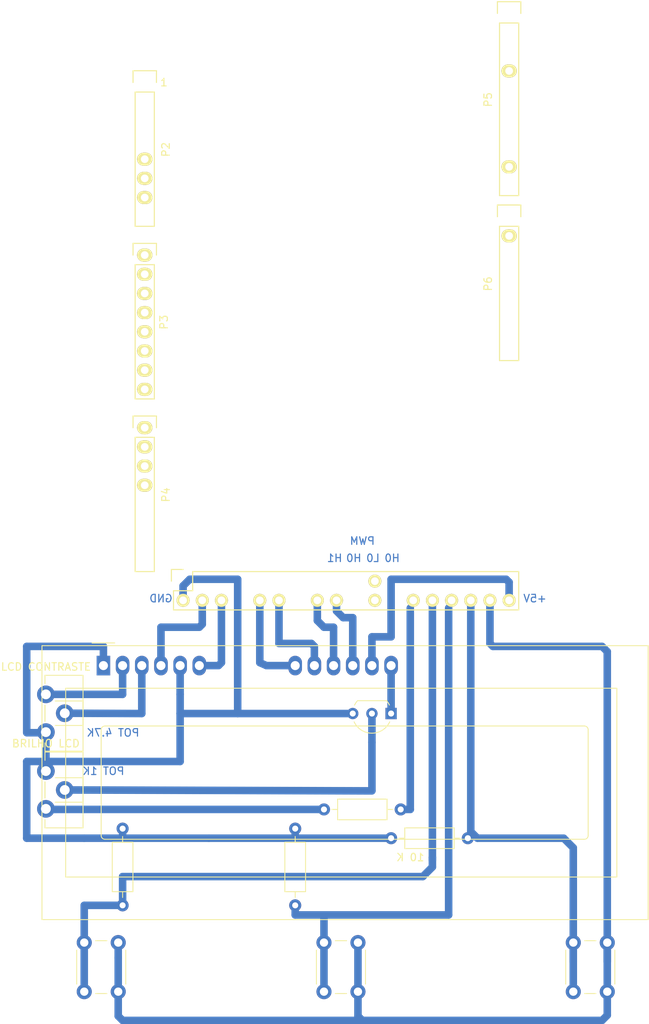
<source format=kicad_pcb>
(kicad_pcb (version 20171130) (host pcbnew 5.0.2-bee76a0~70~ubuntu18.10.1)

  (general
    (thickness 1.6)
    (drawings 10)
    (tracks 101)
    (zones 0)
    (modules 17)
    (nets 1)
  )

  (page A4 portrait)
  (layers
    (0 F.Cu signal)
    (31 B.Cu signal)
    (32 B.Adhes user)
    (33 F.Adhes user)
    (34 B.Paste user)
    (35 F.Paste user)
    (36 B.SilkS user)
    (37 F.SilkS user)
    (38 B.Mask user)
    (39 F.Mask user)
    (40 Dwgs.User user)
    (41 Cmts.User user)
    (42 Eco1.User user)
    (43 Eco2.User user)
    (44 Edge.Cuts user)
    (45 Margin user)
    (46 B.CrtYd user)
    (47 F.CrtYd user)
    (48 B.Fab user)
    (49 F.Fab user hide)
  )

  (setup
    (last_trace_width 1)
    (trace_clearance 0.2)
    (zone_clearance 0.508)
    (zone_45_only no)
    (trace_min 0.2)
    (segment_width 0.2)
    (edge_width 0.15)
    (via_size 0.8)
    (via_drill 0.4)
    (via_min_size 0.4)
    (via_min_drill 0.3)
    (uvia_size 0.3)
    (uvia_drill 0.1)
    (uvias_allowed no)
    (uvia_min_size 0.2)
    (uvia_min_drill 0.1)
    (pcb_text_width 0.3)
    (pcb_text_size 1.5 1.5)
    (mod_edge_width 0.15)
    (mod_text_size 1 1)
    (mod_text_width 0.15)
    (pad_size 1.524 1.524)
    (pad_drill 0.762)
    (pad_to_mask_clearance 0.051)
    (solder_mask_min_width 0.25)
    (aux_axis_origin 0 0)
    (visible_elements FFFFFF7F)
    (pcbplotparams
      (layerselection 0x010fc_ffffffff)
      (usegerberextensions false)
      (usegerberattributes false)
      (usegerberadvancedattributes false)
      (creategerberjobfile false)
      (excludeedgelayer true)
      (linewidth 0.100000)
      (plotframeref false)
      (viasonmask false)
      (mode 1)
      (useauxorigin false)
      (hpglpennumber 1)
      (hpglpenspeed 20)
      (hpglpendiameter 15.000000)
      (psnegative false)
      (psa4output false)
      (plotreference true)
      (plotvalue true)
      (plotinvisibletext false)
      (padsonsilk false)
      (subtractmaskfromsilk false)
      (outputformat 1)
      (mirror false)
      (drillshape 0)
      (scaleselection 1)
      (outputdirectory "./"))
  )

  (net 0 "")

  (net_class Default "This is the default net class."
    (clearance 0.2)
    (trace_width 1)
    (via_dia 0.8)
    (via_drill 0.4)
    (uvia_dia 0.3)
    (uvia_drill 0.1)
  )

  (module Socket_Arduino_Mega:Socket_Strip_Arduino_1x08 locked (layer F.Cu) (tedit 5C322F4C) (tstamp 5C321340)
    (at 67.700917 77.718441 270)
    (descr "Through hole socket strip")
    (tags "socket strip")
    (path /56D71773)
    (fp_text reference P2 (at 8.89 -2.794 270) (layer F.SilkS)
      (effects (font (size 1 1) (thickness 0.15)))
    )
    (fp_text value Power (at 8.89 -4.318 270) (layer F.Fab)
      (effects (font (size 1 1) (thickness 0.15)))
    )
    (fp_line (start -1.55 -1.55) (end -1.55 1.55) (layer F.SilkS) (width 0.15))
    (fp_line (start 0 -1.55) (end -1.55 -1.55) (layer F.SilkS) (width 0.15))
    (fp_line (start 1.27 1.27) (end 1.27 -1.27) (layer F.SilkS) (width 0.15))
    (fp_line (start -1.55 1.55) (end 0 1.55) (layer F.SilkS) (width 0.15))
    (fp_line (start 19.05 -1.27) (end 1.27 -1.27) (layer F.SilkS) (width 0.15))
    (fp_line (start 19.05 1.27) (end 19.05 -1.27) (layer F.SilkS) (width 0.15))
    (fp_line (start 1.27 1.27) (end 19.05 1.27) (layer F.SilkS) (width 0.15))
    (fp_line (start -1.75 1.75) (end 19.55 1.75) (layer F.CrtYd) (width 0.05))
    (fp_line (start -1.75 -1.75) (end 19.55 -1.75) (layer F.CrtYd) (width 0.05))
    (fp_line (start 19.55 -1.75) (end 19.55 1.75) (layer F.CrtYd) (width 0.05))
    (fp_line (start -1.75 -1.75) (end -1.75 1.75) (layer F.CrtYd) (width 0.05))
    (pad 7 thru_hole oval (at 15.24 0 270) (size 1.7272 2.032) (drill 1.016) (layers *.Cu *.Mask F.SilkS))
    (pad 6 thru_hole oval (at 12.7 0 270) (size 1.7272 2.032) (drill 1.016) (layers *.Cu *.Mask F.SilkS))
    (pad 5 thru_hole oval (at 10.16 0 270) (size 1.7272 2.032) (drill 1.016) (layers *.Cu *.Mask F.SilkS))
  )

  (module Socket_Arduino_Mega:Socket_Strip_Arduino_1x08 locked (layer F.Cu) (tedit 5C31FEFF) (tstamp 5C3212AA)
    (at 115.960917 95.498441 270)
    (descr "Through hole socket strip")
    (tags "socket strip")
    (path /56D734D0)
    (fp_text reference P6 (at 8.89 2.794 270) (layer F.SilkS)
      (effects (font (size 1 1) (thickness 0.15)))
    )
    (fp_text value PWM (at 8.89 4.318 270) (layer F.Fab)
      (effects (font (size 1 1) (thickness 0.15)))
    )
    (fp_line (start -1.55 -1.55) (end -1.55 1.55) (layer F.SilkS) (width 0.15))
    (fp_line (start 0 -1.55) (end -1.55 -1.55) (layer F.SilkS) (width 0.15))
    (fp_line (start 1.27 1.27) (end 1.27 -1.27) (layer F.SilkS) (width 0.15))
    (fp_line (start -1.55 1.55) (end 0 1.55) (layer F.SilkS) (width 0.15))
    (fp_line (start 19.05 -1.27) (end 1.27 -1.27) (layer F.SilkS) (width 0.15))
    (fp_line (start 19.05 1.27) (end 19.05 -1.27) (layer F.SilkS) (width 0.15))
    (fp_line (start 1.27 1.27) (end 19.05 1.27) (layer F.SilkS) (width 0.15))
    (fp_line (start -1.75 1.75) (end 19.55 1.75) (layer F.CrtYd) (width 0.05))
    (fp_line (start -1.75 -1.75) (end 19.55 -1.75) (layer F.CrtYd) (width 0.05))
    (fp_line (start 19.55 -1.75) (end 19.55 1.75) (layer F.CrtYd) (width 0.05))
    (fp_line (start -1.75 -1.75) (end -1.75 1.75) (layer F.CrtYd) (width 0.05))
    (pad 2 thru_hole oval (at 2.54 0 270) (size 1.7272 2.032) (drill 1.016) (layers *.Cu *.Mask F.SilkS))
  )

  (module Socket_Arduino_Mega:Socket_Strip_Arduino_1x10 locked (layer F.Cu) (tedit 5C31FEC3) (tstamp 5C321291)
    (at 115.960917 68.574441 270)
    (descr "Through hole socket strip")
    (tags "socket strip")
    (path /56D72368)
    (fp_text reference P5 (at 11.43 2.794 270) (layer F.SilkS)
      (effects (font (size 1 1) (thickness 0.15)))
    )
    (fp_text value PWM (at 11.43 4.318 270) (layer F.Fab)
      (effects (font (size 1 1) (thickness 0.15)))
    )
    (fp_line (start -1.55 -1.55) (end -1.55 1.55) (layer F.SilkS) (width 0.15))
    (fp_line (start 0 -1.55) (end -1.55 -1.55) (layer F.SilkS) (width 0.15))
    (fp_line (start 1.27 1.27) (end 1.27 -1.27) (layer F.SilkS) (width 0.15))
    (fp_line (start -1.55 1.55) (end 0 1.55) (layer F.SilkS) (width 0.15))
    (fp_line (start 24.13 -1.27) (end 1.27 -1.27) (layer F.SilkS) (width 0.15))
    (fp_line (start 24.13 1.27) (end 24.13 -1.27) (layer F.SilkS) (width 0.15))
    (fp_line (start 1.27 1.27) (end 24.13 1.27) (layer F.SilkS) (width 0.15))
    (fp_line (start -1.75 1.75) (end 24.65 1.75) (layer F.CrtYd) (width 0.05))
    (fp_line (start -1.75 -1.75) (end 24.65 -1.75) (layer F.CrtYd) (width 0.05))
    (fp_line (start 24.65 -1.75) (end 24.65 1.75) (layer F.CrtYd) (width 0.05))
    (fp_line (start -1.75 -1.75) (end -1.75 1.75) (layer F.CrtYd) (width 0.05))
    (pad 9 thru_hole oval (at 20.32 0 270) (size 1.7272 2.032) (drill 1.016) (layers *.Cu *.Mask F.SilkS))
    (pad 4 thru_hole oval (at 7.62 0 270) (size 1.7272 2.032) (drill 1.016) (layers *.Cu *.Mask F.SilkS))
  )

  (module Socket_Arduino_Mega:Socket_Strip_Arduino_1x08 locked (layer F.Cu) (tedit 5521677D) (tstamp 5C32132A)
    (at 67.700917 100.578441 270)
    (descr "Through hole socket strip")
    (tags "socket strip")
    (path /56D72F1C)
    (fp_text reference P3 (at 8.89 -2.54 270) (layer F.SilkS)
      (effects (font (size 1 1) (thickness 0.15)))
    )
    (fp_text value Analog (at 8.89 -4.318 270) (layer F.Fab)
      (effects (font (size 1 1) (thickness 0.15)))
    )
    (fp_line (start -1.55 -1.55) (end -1.55 1.55) (layer F.SilkS) (width 0.15))
    (fp_line (start 0 -1.55) (end -1.55 -1.55) (layer F.SilkS) (width 0.15))
    (fp_line (start 1.27 1.27) (end 1.27 -1.27) (layer F.SilkS) (width 0.15))
    (fp_line (start -1.55 1.55) (end 0 1.55) (layer F.SilkS) (width 0.15))
    (fp_line (start 19.05 -1.27) (end 1.27 -1.27) (layer F.SilkS) (width 0.15))
    (fp_line (start 19.05 1.27) (end 19.05 -1.27) (layer F.SilkS) (width 0.15))
    (fp_line (start 1.27 1.27) (end 19.05 1.27) (layer F.SilkS) (width 0.15))
    (fp_line (start -1.75 1.75) (end 19.55 1.75) (layer F.CrtYd) (width 0.05))
    (fp_line (start -1.75 -1.75) (end 19.55 -1.75) (layer F.CrtYd) (width 0.05))
    (fp_line (start 19.55 -1.75) (end 19.55 1.75) (layer F.CrtYd) (width 0.05))
    (fp_line (start -1.75 -1.75) (end -1.75 1.75) (layer F.CrtYd) (width 0.05))
    (pad 8 thru_hole oval (at 17.78 0 270) (size 1.7272 2.032) (drill 1.016) (layers *.Cu *.Mask F.SilkS))
    (pad 7 thru_hole oval (at 15.24 0 270) (size 1.7272 2.032) (drill 1.016) (layers *.Cu *.Mask F.SilkS))
    (pad 6 thru_hole oval (at 12.7 0 270) (size 1.7272 2.032) (drill 1.016) (layers *.Cu *.Mask F.SilkS))
    (pad 5 thru_hole oval (at 10.16 0 270) (size 1.7272 2.032) (drill 1.016) (layers *.Cu *.Mask F.SilkS))
    (pad 4 thru_hole oval (at 7.62 0 270) (size 1.7272 2.032) (drill 1.016) (layers *.Cu *.Mask F.SilkS))
    (pad 3 thru_hole oval (at 5.08 0 270) (size 1.7272 2.032) (drill 1.016) (layers *.Cu *.Mask F.SilkS))
    (pad 2 thru_hole oval (at 2.54 0 270) (size 1.7272 2.032) (drill 1.016) (layers *.Cu *.Mask F.SilkS))
    (pad 1 thru_hole oval (at 0 0 270) (size 1.7272 2.032) (drill 1.016) (layers *.Cu *.Mask F.SilkS))
  )

  (module Socket_Arduino_Mega:Socket_Strip_Arduino_1x08 locked (layer F.Cu) (tedit 5C31FE45) (tstamp 5C321314)
    (at 67.700917 123.438441 270)
    (descr "Through hole socket strip")
    (tags "socket strip")
    (path /56D73A0E)
    (fp_text reference P4 (at 8.89 -2.794 270) (layer F.SilkS)
      (effects (font (size 1 1) (thickness 0.15)))
    )
    (fp_text value Analog (at 8.89 -4.318 270) (layer F.Fab)
      (effects (font (size 1 1) (thickness 0.15)))
    )
    (fp_line (start -1.55 -1.55) (end -1.55 1.55) (layer F.SilkS) (width 0.15))
    (fp_line (start 0 -1.55) (end -1.55 -1.55) (layer F.SilkS) (width 0.15))
    (fp_line (start 1.27 1.27) (end 1.27 -1.27) (layer F.SilkS) (width 0.15))
    (fp_line (start -1.55 1.55) (end 0 1.55) (layer F.SilkS) (width 0.15))
    (fp_line (start 19.05 -1.27) (end 1.27 -1.27) (layer F.SilkS) (width 0.15))
    (fp_line (start 19.05 1.27) (end 19.05 -1.27) (layer F.SilkS) (width 0.15))
    (fp_line (start 1.27 1.27) (end 19.05 1.27) (layer F.SilkS) (width 0.15))
    (fp_line (start -1.75 1.75) (end 19.55 1.75) (layer F.CrtYd) (width 0.05))
    (fp_line (start -1.75 -1.75) (end 19.55 -1.75) (layer F.CrtYd) (width 0.05))
    (fp_line (start 19.55 -1.75) (end 19.55 1.75) (layer F.CrtYd) (width 0.05))
    (fp_line (start -1.75 -1.75) (end -1.75 1.75) (layer F.CrtYd) (width 0.05))
    (pad 4 thru_hole oval (at 7.62 0 270) (size 1.7272 2.032) (drill 1.016) (layers *.Cu *.Mask F.SilkS))
    (pad 3 thru_hole oval (at 5.08 0 270) (size 1.7272 2.032) (drill 1.016) (layers *.Cu *.Mask F.SilkS))
    (pad 2 thru_hole oval (at 2.54 0 270) (size 1.7272 2.032) (drill 1.016) (layers *.Cu *.Mask F.SilkS))
    (pad 1 thru_hole oval (at 0 0 270) (size 1.7272 2.032) (drill 1.016) (layers *.Cu *.Mask F.SilkS))
  )

  (module Socket_Arduino_Mega:Socket_Strip_Arduino_2x18 locked (layer F.Cu) (tedit 5C5B89DA) (tstamp 5C3212E1)
    (at 72.780917 143.758441)
    (descr "Through hole socket strip")
    (tags "socket strip")
    (path /56D743B5)
    (fp_text reference "ARDUINO DIGITAL I/O" (at 9.769083 -2.788441) (layer B.Adhes)
      (effects (font (size 1 1) (thickness 0.15)) (justify mirror))
    )
    (fp_text value Digital (at 21.59 -4.572) (layer F.Fab)
      (effects (font (size 1 1) (thickness 0.15)))
    )
    (fp_line (start -1.55 -1.55) (end -1.55 0) (layer F.SilkS) (width 0.15))
    (fp_line (start 1.27 1.27) (end 1.27 -1.27) (layer F.SilkS) (width 0.15))
    (fp_line (start -1.27 1.27) (end 1.27 1.27) (layer F.SilkS) (width 0.15))
    (fp_line (start 0 -1.55) (end -1.55 -1.55) (layer F.SilkS) (width 0.15))
    (fp_line (start -1.27 3.81) (end -1.27 1.27) (layer F.SilkS) (width 0.15))
    (fp_line (start 44.45 3.81) (end 44.45 -1.27) (layer F.SilkS) (width 0.15))
    (fp_line (start 44.45 -1.27) (end 1.27 -1.27) (layer F.SilkS) (width 0.15))
    (fp_line (start -1.27 3.81) (end 44.45 3.81) (layer F.SilkS) (width 0.15))
    (fp_line (start -1.75 4.3) (end 44.95 4.3) (layer F.CrtYd) (width 0.05))
    (fp_line (start -1.75 -1.75) (end 44.95 -1.75) (layer F.CrtYd) (width 0.05))
    (fp_line (start 44.95 -1.75) (end 44.95 4.3) (layer F.CrtYd) (width 0.05))
    (fp_line (start -1.75 -1.75) (end -1.75 4.3) (layer F.CrtYd) (width 0.05))
    (pad 29 thru_hole oval (at 33.02 2.54) (size 1.7272 1.7272) (drill 1.016) (layers *.Cu *.Mask F.SilkS))
    (pad 31 thru_hole oval (at 30.48 2.54) (size 1.7272 1.7272) (drill 1.016) (layers *.Cu *.Mask F.SilkS))
    (pad GND thru_hole oval (at 0 2.54) (size 1.7272 1.7272) (drill 1.016) (layers *.Cu *.Mask F.SilkS))
    (pad 27 thru_hole oval (at 35.56 2.54) (size 1.7272 1.7272) (drill 1.016) (layers *.Cu *.Mask F.SilkS))
    (pad 25 thru_hole oval (at 38.1 2.54) (size 1.7272 1.7272) (drill 1.016) (layers *.Cu *.Mask F.SilkS))
    (pad +5 thru_hole oval (at 43.18 2.54) (size 1.7272 1.7272) (drill 1.016) (layers *.Cu *.Mask F.SilkS))
    (pad 23 thru_hole oval (at 40.64 2.54) (size 1.7272 1.7272) (drill 1.016) (layers *.Cu *.Mask F.SilkS))
    (pad 34 thru_hole oval (at 25.4 0) (size 1.7272 1.7272) (drill 1.016) (layers *.Cu *.Mask F.SilkS))
    (pad 35 thru_hole oval (at 25.4 2.54) (size 1.7272 1.7272) (drill 1.016) (layers *.Cu *.Mask F.SilkS))
    (pad 41 thru_hole oval (at 17.78 2.54) (size 1.7272 1.7272) (drill 1.016) (layers *.Cu *.Mask F.SilkS))
    (pad 45 thru_hole oval (at 12.7 2.54) (size 1.7272 1.7272) (drill 1.016) (layers *.Cu *.Mask F.SilkS))
    (pad 47 thru_hole oval (at 10.16 2.54) (size 1.7272 1.7272) (drill 1.016) (layers *.Cu *.Mask F.SilkS))
    (pad 51 thru_hole oval (at 5.08 2.54) (size 1.7272 1.7272) (drill 1.016) (layers *.Cu *.Mask F.SilkS))
    (pad 53 thru_hole oval (at 2.54 2.54) (size 1.7272 1.7272) (drill 1.016) (layers *.Cu *.Mask F.SilkS))
    (pad 39 thru_hole oval (at 20.32 2.54) (size 1.7272 1.7272) (drill 1.016) (layers *.Cu *.Mask F.SilkS))
  )

  (module Potentiometer_THT:Potentiometer_ACP_CA9-H2,5_Horizontal (layer F.Cu) (tedit 5A3D4994) (tstamp 5C32B9C1)
    (at 54.61 168.91)
    (descr "Potentiometer, horizontal, ACP CA9-H2,5, http://www.acptechnologies.com/wp-content/uploads/2017/05/02-ACP-CA9-CE9.pdf")
    (tags "Potentiometer horizontal ACP CA9-H2,5")
    (fp_text reference "BRILHO LCD" (at 0 -3.65) (layer F.SilkS)
      (effects (font (size 1 1) (thickness 0.15)))
    )
    (fp_text value Potentiometer_ACP_CA9-H2,5_Horizontal (at 0 8.65) (layer F.Fab)
      (effects (font (size 1 1) (thickness 0.15)))
    )
    (fp_line (start 4.8 -2.4) (end 4.8 7.4) (layer F.Fab) (width 0.1))
    (fp_line (start 4.8 7.4) (end 0 7.4) (layer F.Fab) (width 0.1))
    (fp_line (start 0 7.4) (end 0 -2.4) (layer F.Fab) (width 0.1))
    (fp_line (start 0 -2.4) (end 4.8 -2.4) (layer F.Fab) (width 0.1))
    (fp_line (start 0 1) (end 0 4) (layer F.Fab) (width 0.1))
    (fp_line (start 0 4) (end 4.8 4) (layer F.Fab) (width 0.1))
    (fp_line (start 4.8 4) (end 4.8 1) (layer F.Fab) (width 0.1))
    (fp_line (start 4.8 1) (end 0 1) (layer F.Fab) (width 0.1))
    (fp_line (start -0.121 -2.521) (end 4.92 -2.521) (layer F.SilkS) (width 0.12))
    (fp_line (start -0.121 7.52) (end 4.92 7.52) (layer F.SilkS) (width 0.12))
    (fp_line (start 4.92 -2.521) (end 4.92 7.52) (layer F.SilkS) (width 0.12))
    (fp_line (start -0.121 6.425) (end -0.121 7.52) (layer F.SilkS) (width 0.12))
    (fp_line (start -0.121 -2.521) (end -0.121 -1.426) (layer F.SilkS) (width 0.12))
    (fp_line (start -0.121 1.426) (end -0.121 3.575) (layer F.SilkS) (width 0.12))
    (fp_line (start 1.237 0.88) (end 4.92 0.88) (layer F.SilkS) (width 0.12))
    (fp_line (start 1.237 4.12) (end 4.92 4.12) (layer F.SilkS) (width 0.12))
    (fp_line (start -0.121 1.426) (end -0.121 3.575) (layer F.SilkS) (width 0.12))
    (fp_line (start 4.92 0.88) (end 4.92 4.12) (layer F.SilkS) (width 0.12))
    (fp_line (start -1.45 -2.7) (end -1.45 7.65) (layer F.CrtYd) (width 0.05))
    (fp_line (start -1.45 7.65) (end 5.05 7.65) (layer F.CrtYd) (width 0.05))
    (fp_line (start 5.05 7.65) (end 5.05 -2.7) (layer F.CrtYd) (width 0.05))
    (fp_line (start 5.05 -2.7) (end -1.45 -2.7) (layer F.CrtYd) (width 0.05))
    (fp_text user %R (at 2.4 2.5) (layer F.Fab)
      (effects (font (size 1 1) (thickness 0.15)))
    )
    (pad 3 thru_hole circle (at 0 5) (size 2.34 2.34) (drill 1.3) (layers *.Cu *.Mask))
    (pad 2 thru_hole circle (at 2.5 2.5) (size 2.34 2.34) (drill 1.3) (layers *.Cu *.Mask))
    (pad 1 thru_hole circle (at 0 0) (size 2.34 2.34) (drill 1.3) (layers *.Cu *.Mask))
    (model ${KISYS3DMOD}/Potentiometers.3dshapes/Potentiometer_Trimmer_ACP_CA9h2.5_Vertical_Px2.5mm_Py5.0mm.wrl
      (offset (xyz 0 0 -1.5))
      (scale (xyz 0.4 0.4 0.4))
      (rotate (xyz 0 0 0))
    )
  )

  (module Potentiometer_THT:Potentiometer_ACP_CA9-H2,5_Horizontal (layer F.Cu) (tedit 5A3D4994) (tstamp 5C32AB79)
    (at 54.61 158.75)
    (descr "Potentiometer, horizontal, ACP CA9-H2,5, http://www.acptechnologies.com/wp-content/uploads/2017/05/02-ACP-CA9-CE9.pdf")
    (tags "Potentiometer horizontal ACP CA9-H2,5")
    (fp_text reference "LCD CONTRASTE" (at 0 -3.65) (layer F.SilkS)
      (effects (font (size 1 1) (thickness 0.15)))
    )
    (fp_text value Potentiometer_ACP_CA9-H2,5_Horizontal (at 0 8.65) (layer F.Fab)
      (effects (font (size 1 1) (thickness 0.15)))
    )
    (fp_line (start 4.8 -2.4) (end 4.8 7.4) (layer F.Fab) (width 0.1))
    (fp_line (start 4.8 7.4) (end 0 7.4) (layer F.Fab) (width 0.1))
    (fp_line (start 0 7.4) (end 0 -2.4) (layer F.Fab) (width 0.1))
    (fp_line (start 0 -2.4) (end 4.8 -2.4) (layer F.Fab) (width 0.1))
    (fp_line (start 0 1) (end 0 4) (layer F.Fab) (width 0.1))
    (fp_line (start 0 4) (end 4.8 4) (layer F.Fab) (width 0.1))
    (fp_line (start 4.8 4) (end 4.8 1) (layer F.Fab) (width 0.1))
    (fp_line (start 4.8 1) (end 0 1) (layer F.Fab) (width 0.1))
    (fp_line (start -0.121 -2.521) (end 4.92 -2.521) (layer F.SilkS) (width 0.12))
    (fp_line (start -0.121 7.52) (end 4.92 7.52) (layer F.SilkS) (width 0.12))
    (fp_line (start 4.92 -2.521) (end 4.92 7.52) (layer F.SilkS) (width 0.12))
    (fp_line (start -0.121 6.425) (end -0.121 7.52) (layer F.SilkS) (width 0.12))
    (fp_line (start -0.121 -2.521) (end -0.121 -1.426) (layer F.SilkS) (width 0.12))
    (fp_line (start -0.121 1.426) (end -0.121 3.575) (layer F.SilkS) (width 0.12))
    (fp_line (start 1.237 0.88) (end 4.92 0.88) (layer F.SilkS) (width 0.12))
    (fp_line (start 1.237 4.12) (end 4.92 4.12) (layer F.SilkS) (width 0.12))
    (fp_line (start -0.121 1.426) (end -0.121 3.575) (layer F.SilkS) (width 0.12))
    (fp_line (start 4.92 0.88) (end 4.92 4.12) (layer F.SilkS) (width 0.12))
    (fp_line (start -1.45 -2.7) (end -1.45 7.65) (layer F.CrtYd) (width 0.05))
    (fp_line (start -1.45 7.65) (end 5.05 7.65) (layer F.CrtYd) (width 0.05))
    (fp_line (start 5.05 7.65) (end 5.05 -2.7) (layer F.CrtYd) (width 0.05))
    (fp_line (start 5.05 -2.7) (end -1.45 -2.7) (layer F.CrtYd) (width 0.05))
    (fp_text user %R (at 2.4 2.5) (layer F.Fab)
      (effects (font (size 1 1) (thickness 0.15)))
    )
    (pad 3 thru_hole circle (at 0 5) (size 2.34 2.34) (drill 1.3) (layers *.Cu *.Mask))
    (pad 2 thru_hole circle (at 2.5 2.5) (size 2.34 2.34) (drill 1.3) (layers *.Cu *.Mask))
    (pad 1 thru_hole circle (at 0 0) (size 2.34 2.34) (drill 1.3) (layers *.Cu *.Mask))
    (model ${KISYS3DMOD}/Potentiometers.3dshapes/Potentiometer_Trimmer_ACP_CA9h2.5_Vertical_Px2.5mm_Py5.0mm.wrl
      (offset (xyz 0 0 -1.5))
      (scale (xyz 0.4 0.4 0.4))
      (rotate (xyz 0 0 0))
    )
  )

  (module Resistor_THT:R_Axial_DIN0207_L6.3mm_D2.5mm_P10.16mm_Horizontal (layer F.Cu) (tedit 5AE5139B) (tstamp 5C4F3D87)
    (at 100.33 177.8)
    (descr "Resistor, Axial_DIN0207 series, Axial, Horizontal, pin pitch=10.16mm, 0.25W = 1/4W, length*diameter=6.3*2.5mm^2, http://cdn-reichelt.de/documents/datenblatt/B400/1_4W%23YAG.pdf")
    (tags "Resistor Axial_DIN0207 series Axial Horizontal pin pitch 10.16mm 0.25W = 1/4W length 6.3mm diameter 2.5mm")
    (fp_text reference "10 K" (at 2.54 2.54 -180) (layer F.SilkS)
      (effects (font (size 1 1) (thickness 0.15)) (justify mirror))
    )
    (fp_text value R_Axial_DIN0207_L6.3mm_D2.5mm_P10.16mm_Horizontal (at 5.08 2.37) (layer F.Fab)
      (effects (font (size 1 1) (thickness 0.15)))
    )
    (fp_text user %R (at 5.08 0) (layer F.Fab)
      (effects (font (size 1 1) (thickness 0.15)))
    )
    (fp_line (start 11.21 -1.5) (end -1.05 -1.5) (layer F.CrtYd) (width 0.05))
    (fp_line (start 11.21 1.5) (end 11.21 -1.5) (layer F.CrtYd) (width 0.05))
    (fp_line (start -1.05 1.5) (end 11.21 1.5) (layer F.CrtYd) (width 0.05))
    (fp_line (start -1.05 -1.5) (end -1.05 1.5) (layer F.CrtYd) (width 0.05))
    (fp_line (start 9.12 0) (end 8.35 0) (layer F.SilkS) (width 0.12))
    (fp_line (start 1.04 0) (end 1.81 0) (layer F.SilkS) (width 0.12))
    (fp_line (start 8.35 -1.37) (end 1.81 -1.37) (layer F.SilkS) (width 0.12))
    (fp_line (start 8.35 1.37) (end 8.35 -1.37) (layer F.SilkS) (width 0.12))
    (fp_line (start 1.81 1.37) (end 8.35 1.37) (layer F.SilkS) (width 0.12))
    (fp_line (start 1.81 -1.37) (end 1.81 1.37) (layer F.SilkS) (width 0.12))
    (fp_line (start 10.16 0) (end 8.23 0) (layer F.Fab) (width 0.1))
    (fp_line (start 0 0) (end 1.93 0) (layer F.Fab) (width 0.1))
    (fp_line (start 8.23 -1.25) (end 1.93 -1.25) (layer F.Fab) (width 0.1))
    (fp_line (start 8.23 1.25) (end 8.23 -1.25) (layer F.Fab) (width 0.1))
    (fp_line (start 1.93 1.25) (end 8.23 1.25) (layer F.Fab) (width 0.1))
    (fp_line (start 1.93 -1.25) (end 1.93 1.25) (layer F.Fab) (width 0.1))
    (pad 2 thru_hole oval (at 10.16 0) (size 1.6 1.6) (drill 0.8) (layers *.Cu *.Mask))
    (pad 1 thru_hole circle (at 0 0) (size 1.6 1.6) (drill 0.8) (layers *.Cu *.Mask))
    (model ${KISYS3DMOD}/Resistor_THT.3dshapes/R_Axial_DIN0207_L6.3mm_D2.5mm_P10.16mm_Horizontal.wrl
      (at (xyz 0 0 0))
      (scale (xyz 1 1 1))
      (rotate (xyz 0 0 0))
    )
  )

  (module Display:WC1602A (layer F.Cu) (tedit 5C4FA68F) (tstamp 5C3186EE)
    (at 62.23 154.94)
    (descr "LCD 16x2 http://www.wincomlcd.com/pdf/WC1602A-SFYLYHTC06.pdf")
    (tags "LCD 16x2 Alphanumeric 16pin")
    (fp_text reference LCD (at 8.753083 -4.820441) (layer B.Adhes)
      (effects (font (size 1 1) (thickness 0.15)) (justify mirror))
    )
    (fp_text value WC1602A (at -4.31 34.66) (layer F.Fab)
      (effects (font (size 1 1) (thickness 0.15)))
    )
    (fp_line (start -8 33.5) (end -8 -2.5) (layer F.Fab) (width 0.1))
    (fp_line (start 72 33.5) (end -8 33.5) (layer F.Fab) (width 0.1))
    (fp_line (start 72 -2.5) (end 72 33.5) (layer F.Fab) (width 0.1))
    (fp_line (start 1 -2.5) (end 72 -2.5) (layer F.Fab) (width 0.1))
    (fp_line (start -5 28) (end -5 3) (layer F.SilkS) (width 0.12))
    (fp_line (start 68 28) (end -5 28) (layer F.SilkS) (width 0.12))
    (fp_line (start 68 3) (end 68 28) (layer F.SilkS) (width 0.12))
    (fp_line (start -5 3) (end 68 3) (layer F.SilkS) (width 0.12))
    (fp_arc (start 0.20066 8.49884) (end -0.29972 8.49884) (angle 90) (layer F.SilkS) (width 0.12))
    (fp_arc (start 0.20066 22.49932) (end 0.20066 22.9997) (angle 90) (layer F.SilkS) (width 0.12))
    (fp_arc (start 63.70066 22.49932) (end 64.20104 22.49932) (angle 90) (layer F.SilkS) (width 0.12))
    (fp_arc (start 63.7 8.5) (end 63.7 8) (angle 90) (layer F.SilkS) (width 0.12))
    (fp_line (start 64.2 8.5) (end 64.2 22.5) (layer F.SilkS) (width 0.12))
    (fp_line (start 63.70066 23) (end 0.2 23) (layer F.SilkS) (width 0.12))
    (fp_line (start -0.29972 22.49932) (end -0.29972 8.5) (layer F.SilkS) (width 0.12))
    (fp_line (start 0.2 8) (end 63.7 8) (layer F.SilkS) (width 0.12))
    (fp_text user %R (at 30.37 14.74) (layer F.Fab)
      (effects (font (size 1 1) (thickness 0.1)))
    )
    (fp_line (start -1 -2.5) (end -8 -2.5) (layer F.Fab) (width 0.1))
    (fp_line (start 0 -1.5) (end -1 -2.5) (layer F.Fab) (width 0.1))
    (fp_line (start 1 -2.5) (end 0 -1.5) (layer F.Fab) (width 0.1))
    (fp_line (start -8.25 -2.75) (end 72.25 -2.75) (layer F.CrtYd) (width 0.05))
    (fp_line (start -1.5 -3) (end 1.5 -3) (layer F.SilkS) (width 0.12))
    (fp_line (start 72.25 -2.75) (end 72.25 33.75) (layer F.CrtYd) (width 0.05))
    (fp_line (start -8.25 33.75) (end 72.25 33.75) (layer F.CrtYd) (width 0.05))
    (fp_line (start -8.25 -2.75) (end -8.25 33.75) (layer F.CrtYd) (width 0.05))
    (fp_line (start -8.13 -2.64) (end -7.34 -2.64) (layer F.SilkS) (width 0.12))
    (fp_line (start -8.14 -2.64) (end -8.14 33.64) (layer F.SilkS) (width 0.12))
    (fp_line (start 72.14 -2.64) (end -7.34 -2.64) (layer F.SilkS) (width 0.12))
    (fp_line (start 72.14 33.64) (end 72.14 -2.64) (layer F.SilkS) (width 0.12))
    (fp_line (start -8.14 33.64) (end 72.14 33.64) (layer F.SilkS) (width 0.12))
    (pad 16 thru_hole oval (at 38.1 0) (size 1.8 2.6) (drill 1.2) (layers *.Cu *.Mask))
    (pad 15 thru_hole oval (at 35.56 0) (size 1.8 2.6) (drill 1.2) (layers *.Cu *.Mask))
    (pad 14 thru_hole oval (at 33.02 0) (size 1.8 2.6) (drill 1.2) (layers *.Cu *.Mask))
    (pad 13 thru_hole oval (at 30.48 0) (size 1.8 2.6) (drill 1.2) (layers *.Cu *.Mask))
    (pad 12 thru_hole oval (at 27.94 0) (size 1.8 2.6) (drill 1.2) (layers *.Cu *.Mask))
    (pad 11 thru_hole oval (at 25.4 0) (size 1.8 2.6) (drill 1.2) (layers *.Cu *.Mask))
    (pad 6 thru_hole oval (at 12.7 0) (size 1.8 2.6) (drill 1.2) (layers *.Cu *.Mask))
    (pad 5 thru_hole oval (at 10.16 0) (size 1.8 2.6) (drill 1.2) (layers *.Cu *.Mask))
    (pad 4 thru_hole oval (at 7.62 0) (size 1.8 2.6) (drill 1.2) (layers *.Cu *.Mask))
    (pad 3 thru_hole oval (at 5.08 0) (size 1.8 2.6) (drill 1.2) (layers *.Cu *.Mask))
    (pad 2 thru_hole oval (at 2.54 0) (size 1.8 2.6) (drill 1.2) (layers *.Cu *.Mask))
    (pad 1 thru_hole rect (at 0 0) (size 1.8 2.6) (drill 1.2) (layers *.Cu *.Mask))
    (model ${KISYS3DMOD}/Display.3dshapes/WC1602A.wrl
      (offset (xyz 0 0 6))
      (scale (xyz 1 1 1))
      (rotate (xyz 0 0 0))
    )
  )

  (module Resistor_THT:R_Axial_DIN0207_L6.3mm_D2.5mm_P10.16mm_Horizontal (layer F.Cu) (tedit 5C3CA538) (tstamp 5C3248A5)
    (at 101.6 173.99 180)
    (descr "Resistor, Axial_DIN0207 series, Axial, Horizontal, pin pitch=10.16mm, 0.25W = 1/4W, length*diameter=6.3*2.5mm^2, http://cdn-reichelt.de/documents/datenblatt/B400/1_4W%23YAG.pdf")
    (tags "Resistor Axial_DIN0207 series Axial Horizontal pin pitch 10.16mm 0.25W = 1/4W length 6.3mm diameter 2.5mm")
    (fp_text reference "1.5 K" (at 5.08 0) (layer B.Adhes)
      (effects (font (size 1 1) (thickness 0.15)) (justify mirror))
    )
    (fp_text value R_Axial_DIN0207_L6.3mm_D2.5mm_P10.16mm_Horizontal (at 5.08 2.37 180) (layer F.Fab)
      (effects (font (size 1 1) (thickness 0.15)))
    )
    (fp_text user %R (at 5.08 0 180) (layer F.Fab)
      (effects (font (size 1 1) (thickness 0.15)))
    )
    (fp_line (start 11.21 -1.5) (end -1.05 -1.5) (layer F.CrtYd) (width 0.05))
    (fp_line (start 11.21 1.5) (end 11.21 -1.5) (layer F.CrtYd) (width 0.05))
    (fp_line (start -1.05 1.5) (end 11.21 1.5) (layer F.CrtYd) (width 0.05))
    (fp_line (start -1.05 -1.5) (end -1.05 1.5) (layer F.CrtYd) (width 0.05))
    (fp_line (start 9.12 0) (end 8.35 0) (layer F.SilkS) (width 0.12))
    (fp_line (start 1.04 0) (end 1.81 0) (layer F.SilkS) (width 0.12))
    (fp_line (start 8.35 -1.37) (end 1.81 -1.37) (layer F.SilkS) (width 0.12))
    (fp_line (start 8.35 1.37) (end 8.35 -1.37) (layer F.SilkS) (width 0.12))
    (fp_line (start 1.81 1.37) (end 8.35 1.37) (layer F.SilkS) (width 0.12))
    (fp_line (start 1.81 -1.37) (end 1.81 1.37) (layer F.SilkS) (width 0.12))
    (fp_line (start 10.16 0) (end 8.23 0) (layer F.Fab) (width 0.1))
    (fp_line (start 0 0) (end 1.93 0) (layer F.Fab) (width 0.1))
    (fp_line (start 8.23 -1.25) (end 1.93 -1.25) (layer F.Fab) (width 0.1))
    (fp_line (start 8.23 1.25) (end 8.23 -1.25) (layer F.Fab) (width 0.1))
    (fp_line (start 1.93 1.25) (end 8.23 1.25) (layer F.Fab) (width 0.1))
    (fp_line (start 1.93 -1.25) (end 1.93 1.25) (layer F.Fab) (width 0.1))
    (pad 2 thru_hole oval (at 10.16 0 180) (size 1.6 1.6) (drill 0.8) (layers *.Cu *.Mask))
    (pad 1 thru_hole circle (at 0 0 180) (size 1.6 1.6) (drill 0.8) (layers *.Cu *.Mask))
    (model ${KISYS3DMOD}/Resistor_THT.3dshapes/R_Axial_DIN0207_L6.3mm_D2.5mm_P10.16mm_Horizontal.wrl
      (at (xyz 0 0 0))
      (scale (xyz 1 1 1))
      (rotate (xyz 0 0 0))
    )
  )

  (module Resistor_THT:R_Axial_DIN0207_L6.3mm_D2.5mm_P10.16mm_Horizontal (layer F.Cu) (tedit 5C3CA551) (tstamp 5C32391D)
    (at 87.63 186.69 90)
    (descr "Resistor, Axial_DIN0207 series, Axial, Horizontal, pin pitch=10.16mm, 0.25W = 1/4W, length*diameter=6.3*2.5mm^2, http://cdn-reichelt.de/documents/datenblatt/B400/1_4W%23YAG.pdf")
    (tags "Resistor Axial_DIN0207 series Axial Horizontal pin pitch 10.16mm 0.25W = 1/4W length 6.3mm diameter 2.5mm")
    (fp_text reference "10 K" (at 6.35 3.81) (layer B.Adhes)
      (effects (font (size 1 1) (thickness 0.15)) (justify mirror))
    )
    (fp_text value R_Axial_DIN0207_L6.3mm_D2.5mm_P10.16mm_Horizontal (at 5.08 2.37 90) (layer F.Fab)
      (effects (font (size 1 1) (thickness 0.15)))
    )
    (fp_text user %R (at 5.08 0 90) (layer F.Fab)
      (effects (font (size 1 1) (thickness 0.15)))
    )
    (fp_line (start 11.21 -1.5) (end -1.05 -1.5) (layer F.CrtYd) (width 0.05))
    (fp_line (start 11.21 1.5) (end 11.21 -1.5) (layer F.CrtYd) (width 0.05))
    (fp_line (start -1.05 1.5) (end 11.21 1.5) (layer F.CrtYd) (width 0.05))
    (fp_line (start -1.05 -1.5) (end -1.05 1.5) (layer F.CrtYd) (width 0.05))
    (fp_line (start 9.12 0) (end 8.35 0) (layer F.SilkS) (width 0.12))
    (fp_line (start 1.04 0) (end 1.81 0) (layer F.SilkS) (width 0.12))
    (fp_line (start 8.35 -1.37) (end 1.81 -1.37) (layer F.SilkS) (width 0.12))
    (fp_line (start 8.35 1.37) (end 8.35 -1.37) (layer F.SilkS) (width 0.12))
    (fp_line (start 1.81 1.37) (end 8.35 1.37) (layer F.SilkS) (width 0.12))
    (fp_line (start 1.81 -1.37) (end 1.81 1.37) (layer F.SilkS) (width 0.12))
    (fp_line (start 10.16 0) (end 8.23 0) (layer F.Fab) (width 0.1))
    (fp_line (start 0 0) (end 1.93 0) (layer F.Fab) (width 0.1))
    (fp_line (start 8.23 -1.25) (end 1.93 -1.25) (layer F.Fab) (width 0.1))
    (fp_line (start 8.23 1.25) (end 8.23 -1.25) (layer F.Fab) (width 0.1))
    (fp_line (start 1.93 1.25) (end 8.23 1.25) (layer F.Fab) (width 0.1))
    (fp_line (start 1.93 -1.25) (end 1.93 1.25) (layer F.Fab) (width 0.1))
    (pad 2 thru_hole oval (at 10.16 0 90) (size 1.6 1.6) (drill 0.8) (layers *.Cu *.Mask))
    (pad 1 thru_hole circle (at 0 0 90) (size 1.6 1.6) (drill 0.8) (layers *.Cu *.Mask))
    (model ${KISYS3DMOD}/Resistor_THT.3dshapes/R_Axial_DIN0207_L6.3mm_D2.5mm_P10.16mm_Horizontal.wrl
      (at (xyz 0 0 0))
      (scale (xyz 1 1 1))
      (rotate (xyz 0 0 0))
    )
  )

  (module Resistor_THT:R_Axial_DIN0207_L6.3mm_D2.5mm_P10.16mm_Horizontal (layer F.Cu) (tedit 5C3CA5F9) (tstamp 5C32391D)
    (at 64.77 186.69 90)
    (descr "Resistor, Axial_DIN0207 series, Axial, Horizontal, pin pitch=10.16mm, 0.25W = 1/4W, length*diameter=6.3*2.5mm^2, http://cdn-reichelt.de/documents/datenblatt/B400/1_4W%23YAG.pdf")
    (tags "Resistor Axial_DIN0207 series Axial Horizontal pin pitch 10.16mm 0.25W = 1/4W length 6.3mm diameter 2.5mm")
    (fp_text reference "10 K" (at 6.35 3.81 -180) (layer B.Adhes)
      (effects (font (size 1 1) (thickness 0.15)) (justify mirror))
    )
    (fp_text value R_Axial_DIN0207_L6.3mm_D2.5mm_P10.16mm_Horizontal (at 5.08 2.37 90) (layer F.Fab) hide
      (effects (font (size 1 1) (thickness 0.15)))
    )
    (fp_text user %R (at 5.08 0 90) (layer F.Fab)
      (effects (font (size 1 1) (thickness 0.15)))
    )
    (fp_line (start 11.21 -1.5) (end -1.05 -1.5) (layer F.CrtYd) (width 0.05))
    (fp_line (start 11.21 1.5) (end 11.21 -1.5) (layer F.CrtYd) (width 0.05))
    (fp_line (start -1.05 1.5) (end 11.21 1.5) (layer F.CrtYd) (width 0.05))
    (fp_line (start -1.05 -1.5) (end -1.05 1.5) (layer F.CrtYd) (width 0.05))
    (fp_line (start 9.12 0) (end 8.35 0) (layer F.SilkS) (width 0.12))
    (fp_line (start 1.04 0) (end 1.81 0) (layer F.SilkS) (width 0.12))
    (fp_line (start 8.35 -1.37) (end 1.81 -1.37) (layer F.SilkS) (width 0.12))
    (fp_line (start 8.35 1.37) (end 8.35 -1.37) (layer F.SilkS) (width 0.12))
    (fp_line (start 1.81 1.37) (end 8.35 1.37) (layer F.SilkS) (width 0.12))
    (fp_line (start 1.81 -1.37) (end 1.81 1.37) (layer F.SilkS) (width 0.12))
    (fp_line (start 10.16 0) (end 8.23 0) (layer F.Fab) (width 0.1))
    (fp_line (start 0 0) (end 1.93 0) (layer F.Fab) (width 0.1))
    (fp_line (start 8.23 -1.25) (end 1.93 -1.25) (layer F.Fab) (width 0.1))
    (fp_line (start 8.23 1.25) (end 8.23 -1.25) (layer F.Fab) (width 0.1))
    (fp_line (start 1.93 1.25) (end 8.23 1.25) (layer F.Fab) (width 0.1))
    (fp_line (start 1.93 -1.25) (end 1.93 1.25) (layer F.Fab) (width 0.1))
    (pad 2 thru_hole oval (at 10.16 0 90) (size 1.6 1.6) (drill 0.8) (layers *.Cu *.Mask))
    (pad 1 thru_hole circle (at 0 0 90) (size 1.6 1.6) (drill 0.8) (layers *.Cu *.Mask))
    (model ${KISYS3DMOD}/Resistor_THT.3dshapes/R_Axial_DIN0207_L6.3mm_D2.5mm_P10.16mm_Horizontal.wrl
      (at (xyz 0 0 0))
      (scale (xyz 1 1 1))
      (rotate (xyz 0 0 0))
    )
  )

  (module Button_Switch_THT:SW_PUSH_6mm_H7.3mm (layer F.Cu) (tedit 5C3CA603) (tstamp 5C327B2F)
    (at 59.69 198.12 90)
    (descr "tactile push button, 6x6mm e.g. PHAP33xx series, height=7.3mm")
    (tags "tact sw push 6mm")
    (fp_text reference "B1 DIMINUI" (at 6.35 -6.35 180) (layer B.Adhes)
      (effects (font (size 1 1) (thickness 0.15)) (justify mirror))
    )
    (fp_text value SW_PUSH_6mm_H7.3mm (at 3.75 6.7 90) (layer F.Fab)
      (effects (font (size 1 1) (thickness 0.15)))
    )
    (fp_circle (center 3.25 2.25) (end 1.25 2.5) (layer F.Fab) (width 0.1))
    (fp_line (start 6.75 3) (end 6.75 1.5) (layer F.SilkS) (width 0.12))
    (fp_line (start 5.5 -1) (end 1 -1) (layer F.SilkS) (width 0.12))
    (fp_line (start -0.25 1.5) (end -0.25 3) (layer F.SilkS) (width 0.12))
    (fp_line (start 1 5.5) (end 5.5 5.5) (layer F.SilkS) (width 0.12))
    (fp_line (start 8 -1.25) (end 8 5.75) (layer F.CrtYd) (width 0.05))
    (fp_line (start 7.75 6) (end -1.25 6) (layer F.CrtYd) (width 0.05))
    (fp_line (start -1.5 5.75) (end -1.5 -1.25) (layer F.CrtYd) (width 0.05))
    (fp_line (start -1.25 -1.5) (end 7.75 -1.5) (layer F.CrtYd) (width 0.05))
    (fp_line (start -1.5 6) (end -1.25 6) (layer F.CrtYd) (width 0.05))
    (fp_line (start -1.5 5.75) (end -1.5 6) (layer F.CrtYd) (width 0.05))
    (fp_line (start -1.5 -1.5) (end -1.25 -1.5) (layer F.CrtYd) (width 0.05))
    (fp_line (start -1.5 -1.25) (end -1.5 -1.5) (layer F.CrtYd) (width 0.05))
    (fp_line (start 8 -1.5) (end 8 -1.25) (layer F.CrtYd) (width 0.05))
    (fp_line (start 7.75 -1.5) (end 8 -1.5) (layer F.CrtYd) (width 0.05))
    (fp_line (start 8 6) (end 8 5.75) (layer F.CrtYd) (width 0.05))
    (fp_line (start 7.75 6) (end 8 6) (layer F.CrtYd) (width 0.05))
    (fp_line (start 0.25 -0.75) (end 3.25 -0.75) (layer F.Fab) (width 0.1))
    (fp_line (start 0.25 5.25) (end 0.25 -0.75) (layer F.Fab) (width 0.1))
    (fp_line (start 6.25 5.25) (end 0.25 5.25) (layer F.Fab) (width 0.1))
    (fp_line (start 6.25 -0.75) (end 6.25 5.25) (layer F.Fab) (width 0.1))
    (fp_line (start 3.25 -0.75) (end 6.25 -0.75) (layer F.Fab) (width 0.1))
    (fp_text user %R (at 3.25 2.25 90) (layer F.Fab)
      (effects (font (size 1 1) (thickness 0.15)))
    )
    (pad 1 thru_hole circle (at 6.5 0 180) (size 2 2) (drill 1.1) (layers *.Cu *.Mask))
    (pad 2 thru_hole circle (at 6.5 4.5 180) (size 2 2) (drill 1.1) (layers *.Cu *.Mask))
    (pad 1 thru_hole circle (at 0 0 180) (size 2 2) (drill 1.1) (layers *.Cu *.Mask))
    (pad 2 thru_hole circle (at 0 4.5 180) (size 2 2) (drill 1.1) (layers *.Cu *.Mask))
    (model ${KISYS3DMOD}/Button_Switch_THT.3dshapes/SW_PUSH_6mm_H7.3mm.wrl
      (at (xyz 0 0 0))
      (scale (xyz 1 1 1))
      (rotate (xyz 0 0 0))
    )
  )

  (module Button_Switch_THT:SW_PUSH_6mm_H7.3mm (layer F.Cu) (tedit 5C3CAC33) (tstamp 5C327C2D)
    (at 91.44 198.12 90)
    (descr "tactile push button, 6x6mm e.g. PHAP33xx series, height=7.3mm")
    (tags "tact sw push 6mm")
    (fp_text reference "B2 TROCA" (at 7.62 -6.35) (layer B.Adhes)
      (effects (font (size 1 1) (thickness 0.15)) (justify mirror))
    )
    (fp_text value SW_PUSH_6mm_H7.3mm (at 3.75 6.7 90) (layer F.Fab)
      (effects (font (size 1 1) (thickness 0.15)))
    )
    (fp_text user %R (at 3.25 2.25 90) (layer F.Fab)
      (effects (font (size 1 1) (thickness 0.15)))
    )
    (fp_line (start 3.25 -0.75) (end 6.25 -0.75) (layer F.Fab) (width 0.1))
    (fp_line (start 6.25 -0.75) (end 6.25 5.25) (layer F.Fab) (width 0.1))
    (fp_line (start 6.25 5.25) (end 0.25 5.25) (layer F.Fab) (width 0.1))
    (fp_line (start 0.25 5.25) (end 0.25 -0.75) (layer F.Fab) (width 0.1))
    (fp_line (start 0.25 -0.75) (end 3.25 -0.75) (layer F.Fab) (width 0.1))
    (fp_line (start 7.75 6) (end 8 6) (layer F.CrtYd) (width 0.05))
    (fp_line (start 8 6) (end 8 5.75) (layer F.CrtYd) (width 0.05))
    (fp_line (start 7.75 -1.5) (end 8 -1.5) (layer F.CrtYd) (width 0.05))
    (fp_line (start 8 -1.5) (end 8 -1.25) (layer F.CrtYd) (width 0.05))
    (fp_line (start -1.5 -1.25) (end -1.5 -1.5) (layer F.CrtYd) (width 0.05))
    (fp_line (start -1.5 -1.5) (end -1.25 -1.5) (layer F.CrtYd) (width 0.05))
    (fp_line (start -1.5 5.75) (end -1.5 6) (layer F.CrtYd) (width 0.05))
    (fp_line (start -1.5 6) (end -1.25 6) (layer F.CrtYd) (width 0.05))
    (fp_line (start -1.25 -1.5) (end 7.75 -1.5) (layer F.CrtYd) (width 0.05))
    (fp_line (start -1.5 5.75) (end -1.5 -1.25) (layer F.CrtYd) (width 0.05))
    (fp_line (start 7.75 6) (end -1.25 6) (layer F.CrtYd) (width 0.05))
    (fp_line (start 8 -1.25) (end 8 5.75) (layer F.CrtYd) (width 0.05))
    (fp_line (start 1 5.5) (end 5.5 5.5) (layer F.SilkS) (width 0.12))
    (fp_line (start -0.25 1.5) (end -0.25 3) (layer F.SilkS) (width 0.12))
    (fp_line (start 5.5 -1) (end 1 -1) (layer F.SilkS) (width 0.12))
    (fp_line (start 6.75 3) (end 6.75 1.5) (layer F.SilkS) (width 0.12))
    (fp_circle (center 3.25 2.25) (end 1.25 2.5) (layer F.Fab) (width 0.1))
    (pad 2 thru_hole circle (at 0 4.5 180) (size 2 2) (drill 1.1) (layers *.Cu *.Mask))
    (pad 1 thru_hole circle (at 0 0 180) (size 2 2) (drill 1.1) (layers *.Cu *.Mask))
    (pad 2 thru_hole circle (at 6.5 4.5 180) (size 2 2) (drill 1.1) (layers *.Cu *.Mask))
    (pad 1 thru_hole circle (at 6.5 0 180) (size 2 2) (drill 1.1) (layers *.Cu *.Mask))
    (model ${KISYS3DMOD}/Button_Switch_THT.3dshapes/SW_PUSH_6mm_H7.3mm.wrl
      (at (xyz 0 0 0))
      (scale (xyz 1 1 1))
      (rotate (xyz 0 0 0))
    )
  )

  (module Button_Switch_THT:SW_PUSH_6mm_H7.3mm (layer F.Cu) (tedit 5C3CA545) (tstamp 5C327D2B)
    (at 124.46 198.12 90)
    (descr "tactile push button, 6x6mm e.g. PHAP33xx series, height=7.3mm")
    (tags "tact sw push 6mm")
    (fp_text reference "B3 SOMA" (at 7.62 -5.08) (layer B.Adhes)
      (effects (font (size 1 1) (thickness 0.15)) (justify mirror))
    )
    (fp_text value SW_PUSH_6mm_H7.3mm (at 3.75 6.7 90) (layer F.Fab)
      (effects (font (size 1 1) (thickness 0.15)))
    )
    (fp_circle (center 3.25 2.25) (end 1.25 2.5) (layer F.Fab) (width 0.1))
    (fp_line (start 6.75 3) (end 6.75 1.5) (layer F.SilkS) (width 0.12))
    (fp_line (start 5.5 -1) (end 1 -1) (layer F.SilkS) (width 0.12))
    (fp_line (start -0.25 1.5) (end -0.25 3) (layer F.SilkS) (width 0.12))
    (fp_line (start 1 5.5) (end 5.5 5.5) (layer F.SilkS) (width 0.12))
    (fp_line (start 8 -1.25) (end 8 5.75) (layer F.CrtYd) (width 0.05))
    (fp_line (start 7.75 6) (end -1.25 6) (layer F.CrtYd) (width 0.05))
    (fp_line (start -1.5 5.75) (end -1.5 -1.25) (layer F.CrtYd) (width 0.05))
    (fp_line (start -1.25 -1.5) (end 7.75 -1.5) (layer F.CrtYd) (width 0.05))
    (fp_line (start -1.5 6) (end -1.25 6) (layer F.CrtYd) (width 0.05))
    (fp_line (start -1.5 5.75) (end -1.5 6) (layer F.CrtYd) (width 0.05))
    (fp_line (start -1.5 -1.5) (end -1.25 -1.5) (layer F.CrtYd) (width 0.05))
    (fp_line (start -1.5 -1.25) (end -1.5 -1.5) (layer F.CrtYd) (width 0.05))
    (fp_line (start 8 -1.5) (end 8 -1.25) (layer F.CrtYd) (width 0.05))
    (fp_line (start 7.75 -1.5) (end 8 -1.5) (layer F.CrtYd) (width 0.05))
    (fp_line (start 8 6) (end 8 5.75) (layer F.CrtYd) (width 0.05))
    (fp_line (start 7.75 6) (end 8 6) (layer F.CrtYd) (width 0.05))
    (fp_line (start 0.25 -0.75) (end 3.25 -0.75) (layer F.Fab) (width 0.1))
    (fp_line (start 0.25 5.25) (end 0.25 -0.75) (layer F.Fab) (width 0.1))
    (fp_line (start 6.25 5.25) (end 0.25 5.25) (layer F.Fab) (width 0.1))
    (fp_line (start 6.25 -0.75) (end 6.25 5.25) (layer F.Fab) (width 0.1))
    (fp_line (start 3.25 -0.75) (end 6.25 -0.75) (layer F.Fab) (width 0.1))
    (fp_text user %R (at 3.25 2.25 90) (layer F.Fab)
      (effects (font (size 1 1) (thickness 0.15)))
    )
    (pad 1 thru_hole circle (at 6.5 0 180) (size 2 2) (drill 1.1) (layers *.Cu *.Mask))
    (pad 2 thru_hole circle (at 6.5 4.5 180) (size 2 2) (drill 1.1) (layers *.Cu *.Mask))
    (pad 1 thru_hole circle (at 0 0 180) (size 2 2) (drill 1.1) (layers *.Cu *.Mask))
    (pad 2 thru_hole circle (at 0 4.5 180) (size 2 2) (drill 1.1) (layers *.Cu *.Mask))
    (model ${KISYS3DMOD}/Button_Switch_THT.3dshapes/SW_PUSH_6mm_H7.3mm.wrl
      (at (xyz 0 0 0))
      (scale (xyz 1 1 1))
      (rotate (xyz 0 0 0))
    )
  )

  (module library:PN2222 (layer F.Cu) (tedit 5C3CA52F) (tstamp 5C324AAF)
    (at 100.33 161.29 180)
    (descr "TO-92L leads in-line (large body variant of TO-92), also known as TO-226, wide, drill 0.75mm (see https://www.diodes.com/assets/Package-Files/TO92L.pdf and http://www.ti.com/lit/an/snoa059/snoa059.pdf)")
    (tags "TO-92L Inline Wide transistor")
    (fp_text reference PN2222 (at 7.62 -3.81 180) (layer B.Adhes)
      (effects (font (size 1 1) (thickness 0.15)) (justify mirror))
    )
    (fp_text value PN2222 (at 2.54 2.79 180) (layer F.Fab)
      (effects (font (size 1 1) (thickness 0.15)))
    )
    (fp_text user %R (at 2.54 -3.56 180) (layer F.Fab)
      (effects (font (size 1 1) (thickness 0.15)))
    )
    (fp_line (start 0.6 1.7) (end 4.45 1.7) (layer F.SilkS) (width 0.12))
    (fp_line (start 0.65 1.6) (end 4.4 1.6) (layer F.Fab) (width 0.1))
    (fp_line (start -1 -2.75) (end 6.1 -2.75) (layer F.CrtYd) (width 0.05))
    (fp_line (start -1 -2.75) (end -1 1.85) (layer F.CrtYd) (width 0.05))
    (fp_line (start 6.1 1.85) (end 6.1 -2.75) (layer F.CrtYd) (width 0.05))
    (fp_line (start 6.1 1.85) (end -1 1.85) (layer F.CrtYd) (width 0.05))
    (fp_arc (start 2.54 0) (end 0.6 1.7) (angle 15.44288892) (layer F.SilkS) (width 0.12))
    (fp_arc (start 2.54 0) (end 2.54 -2.6) (angle -65) (layer F.SilkS) (width 0.12))
    (fp_arc (start 2.54 0) (end 2.54 -2.6) (angle 65) (layer F.SilkS) (width 0.12))
    (fp_arc (start 2.54 0) (end 2.54 -2.48) (angle 129.9527847) (layer F.Fab) (width 0.1))
    (fp_arc (start 2.54 0) (end 2.54 -2.48) (angle -130.2499344) (layer F.Fab) (width 0.1))
    (fp_arc (start 2.54 0) (end 4.45 1.7) (angle -15.88591585) (layer F.SilkS) (width 0.12))
    (pad 2 thru_hole circle (at 2.54 0 270) (size 1.5 1.5) (drill 0.8) (layers *.Cu *.Mask))
    (pad 3 thru_hole circle (at 5.08 0 270) (size 1.5 1.5) (drill 0.8) (layers *.Cu *.Mask))
    (pad 1 thru_hole rect (at 0 0 270) (size 1.5 1.5) (drill 0.8) (layers *.Cu *.Mask))
    (model ${KISYS3DMOD}/Package_TO_SOT_THT.3dshapes/TO-92L_Inline_Wide.wrl
      (at (xyz 0 0 0))
      (scale (xyz 1 1 0.63))
      (rotate (xyz 0 0 0))
    )
  )

  (gr_text 1 (at 70.240917 77.718441) (layer F.SilkS) (tstamp 5C321356)
    (effects (font (size 1 1) (thickness 0.15)))
  )
  (gr_text H1 (at 92.846917 140.710441) (layer B.Cu) (tstamp 5C3CAE7C)
    (effects (font (size 1 1) (thickness 0.15)) (justify mirror))
  )
  (gr_text H0 (at 95.386917 140.710441) (layer B.Cu) (tstamp 5C3CAE7C)
    (effects (font (size 1 1) (thickness 0.15)) (justify mirror))
  )
  (gr_text H0 (at 100.466917 140.710441) (layer B.Cu) (tstamp 5C3CAE7C)
    (effects (font (size 1 1) (thickness 0.15)) (justify mirror))
  )
  (gr_text L0 (at 97.926917 140.710441) (layer B.Cu) (tstamp 5C3CABFE)
    (effects (font (size 1 1) (thickness 0.15)) (justify mirror))
  )
  (gr_text PWM (at 96.52 138.43) (layer B.Cu) (tstamp 5C3CABFE)
    (effects (font (size 1 1) (thickness 0.15)) (justify mirror))
  )
  (gr_text GND (at 69.85 146.05) (layer B.Cu) (tstamp 5C3CABFE)
    (effects (font (size 1 1) (thickness 0.15)) (justify mirror))
  )
  (gr_text "+5V\n" (at 119.38 146.05) (layer B.Cu) (tstamp 5C3CAB7E)
    (effects (font (size 1 1) (thickness 0.15)) (justify mirror))
  )
  (gr_text "POT 1K\n" (at 62.23 168.91) (layer B.Cu) (tstamp 5C3CAAFA)
    (effects (font (size 1 1) (thickness 0.15)) (justify mirror))
  )
  (gr_text "POT 4.7K\n" (at 63.5 163.83) (layer B.Cu)
    (effects (font (size 1 1) (thickness 0.15)) (justify mirror))
  )

  (segment (start 85.480917 152.009083) (end 85.480917 146.298441) (width 1) (layer B.Cu) (net 0))
  (segment (start 75.320917 146.298441) (end 75.320917 149.469083) (width 1) (layer B.Cu) (net 0))
  (segment (start 75.320917 149.469083) (end 74.93 149.86) (width 1) (layer B.Cu) (net 0))
  (segment (start 74.93 149.86) (end 69.85 149.86) (width 1) (layer B.Cu) (net 0))
  (segment (start 69.85 149.86) (end 69.85 154.94) (width 1) (layer B.Cu) (net 0))
  (segment (start 74.93 154.94) (end 77.47 154.94) (width 1) (layer B.Cu) (net 0))
  (segment (start 77.860917 154.549083) (end 77.860917 146.298441) (width 1) (layer B.Cu) (net 0))
  (segment (start 77.47 154.94) (end 77.860917 154.549083) (width 1) (layer B.Cu) (net 0))
  (segment (start 72.39 158.75) (end 72.39 154.94) (width 1) (layer B.Cu) (net 0))
  (segment (start 72.39 161.29) (end 72.39 158.75) (width 1) (layer B.Cu) (net 0))
  (segment (start 100.33 161.29) (end 100.33 154.94) (width 1) (layer B.Cu) (net 0))
  (segment (start 115.960917 143.900917) (end 115.960917 146.298441) (width 1) (layer B.Cu) (net 0))
  (segment (start 100.33 143.51) (end 115.57 143.51) (width 1) (layer B.Cu) (net 0))
  (segment (start 115.57 143.51) (end 115.960917 143.900917) (width 1) (layer B.Cu) (net 0))
  (segment (start 97.79 154.94) (end 97.79 151.13) (width 1) (layer B.Cu) (net 0))
  (segment (start 100.33 151.13) (end 100.33 143.51) (width 1) (layer B.Cu) (net 0))
  (segment (start 97.79 151.13) (end 100.33 151.13) (width 1) (layer B.Cu) (net 0))
  (segment (start 85.480917 152.009083) (end 89.779083 152.009083) (width 1) (layer B.Cu) (net 0))
  (segment (start 90.17 152.4) (end 90.17 154.94) (width 1) (layer B.Cu) (net 0))
  (segment (start 89.779083 152.009083) (end 90.17 152.4) (width 1) (layer B.Cu) (net 0))
  (segment (start 82.940917 154.549083) (end 82.940917 146.298441) (width 1) (layer B.Cu) (net 0))
  (segment (start 87.63 154.94) (end 83.82 154.94) (width 1) (layer B.Cu) (net 0))
  (segment (start 83.82 154.94) (end 82.940917 154.549083) (width 1) (layer B.Cu) (net 0))
  (segment (start 95.25 161.29) (end 80.01 161.29) (width 1) (layer B.Cu) (net 0))
  (segment (start 80.01 161.29) (end 72.39 161.29) (width 1) (layer B.Cu) (net 0))
  (segment (start 59.69 198.12) (end 59.69 191.62) (width 1) (layer B.Cu) (net 0))
  (segment (start 91.44 187.96) (end 91.44 191.62) (width 1) (layer B.Cu) (net 0))
  (segment (start 91.44 191.77) (end 91.44 198.27) (width 1) (layer B.Cu) (net 0))
  (segment (start 105.800917 180.34) (end 105.800917 180.730917) (width 1) (layer B.Cu) (net 0))
  (segment (start 105.800917 146.298441) (end 105.800917 180.34) (width 1) (layer B.Cu) (net 0))
  (segment (start 64.19 198.12) (end 64.19 193.62) (width 1) (layer B.Cu) (net 0))
  (segment (start 64.19 193.62) (end 64.19 191.62) (width 1) (layer B.Cu) (net 0))
  (segment (start 102.87 147.32) (end 102.87 173.99) (width 1) (layer B.Cu) (net 0))
  (segment (start 102.87 173.99) (end 101.6 173.99) (width 1) (layer B.Cu) (net 0))
  (segment (start 55.88 173.99) (end 54.61 173.99) (width 1) (layer B.Cu) (net 0))
  (segment (start 110.880917 146.298441) (end 110.880917 176.920917) (width 1) (layer B.Cu) (net 0))
  (segment (start 110.880917 176.920917) (end 111.76 177.8) (width 1) (layer B.Cu) (net 0))
  (segment (start 111.76 177.8) (end 123.19 177.8) (width 1) (layer B.Cu) (net 0))
  (segment (start 52.07 177.8) (end 52.07 167.64) (width 1) (layer B.Cu) (net 0))
  (segment (start 124.46 179.07) (end 123.19 177.8) (width 1) (layer B.Cu) (net 0))
  (segment (start 124.46 194.16) (end 124.46 179.07) (width 1) (layer B.Cu) (net 0))
  (segment (start 128.96 198.12) (end 128.96 191.62) (width 1) (layer B.Cu) (net 0))
  (segment (start 113.811834 152.4) (end 113.420917 152.009083) (width 1) (layer B.Cu) (net 0))
  (segment (start 128.96 194.16) (end 128.96 153.09) (width 1) (layer B.Cu) (net 0))
  (segment (start 113.420917 152.009083) (end 113.420917 146.298441) (width 1) (layer B.Cu) (net 0))
  (segment (start 128.27 152.4) (end 113.811834 152.4) (width 1) (layer B.Cu) (net 0))
  (segment (start 128.96 153.09) (end 128.27 152.4) (width 1) (layer B.Cu) (net 0))
  (segment (start 124.46 198.12) (end 124.46 191.62) (width 1) (layer B.Cu) (net 0))
  (segment (start 100.33 177.8) (end 76.2 177.8) (width 1) (layer B.Cu) (net 0))
  (segment (start 76.2 177.8) (end 59.69 177.8) (width 1) (layer B.Cu) (net 0))
  (segment (start 87.63 187.96) (end 87.63 186.69) (width 1) (layer B.Cu) (net 0))
  (segment (start 128.96 198.12) (end 128.96 201.24) (width 1) (layer B.Cu) (net 0))
  (segment (start 128.96 201.24) (end 128.27 201.93) (width 1) (layer B.Cu) (net 0))
  (segment (start 64.19 201.35) (end 64.77 201.93) (width 1) (layer B.Cu) (net 0))
  (segment (start 64.19 198.12) (end 64.19 201.35) (width 1) (layer B.Cu) (net 0))
  (segment (start 95.94 191.62) (end 95.94 198.12) (width 1) (layer B.Cu) (net 0))
  (segment (start 95.94 198.12) (end 95.94 201.35) (width 1) (layer B.Cu) (net 0))
  (segment (start 128.27 201.93) (end 96.52 201.93) (width 1) (layer B.Cu) (net 0))
  (segment (start 95.94 201.35) (end 96.52 201.93) (width 1) (layer B.Cu) (net 0))
  (segment (start 96.52 201.93) (end 64.77 201.93) (width 1) (layer B.Cu) (net 0))
  (segment (start 90.560917 148.980917) (end 90.560917 146.298441) (width 1) (layer B.Cu) (net 0))
  (segment (start 95.25 154.94) (end 95.25 148.59) (width 1) (layer B.Cu) (net 0))
  (segment (start 95.25 148.59) (end 93.98 148.59) (width 1) (layer B.Cu) (net 0))
  (segment (start 92.71 149.86) (end 91.44 149.86) (width 1) (layer B.Cu) (net 0))
  (segment (start 92.71 154.94) (end 92.71 149.86) (width 1) (layer B.Cu) (net 0))
  (segment (start 91.44 149.86) (end 90.560917 148.980917) (width 1) (layer B.Cu) (net 0))
  (segment (start 93.100917 146.298441) (end 93.100917 147.710917) (width 1) (layer B.Cu) (net 0))
  (segment (start 93.100917 147.710917) (end 93.98 148.59) (width 1) (layer B.Cu) (net 0))
  (segment (start 80.01 143.51) (end 80.01 161.29) (width 1) (layer B.Cu) (net 0))
  (segment (start 73.66 143.51) (end 80.01 143.51) (width 1) (layer B.Cu) (net 0))
  (segment (start 72.780917 146.298441) (end 72.780917 144.389083) (width 1) (layer B.Cu) (net 0))
  (segment (start 72.780917 144.389083) (end 73.66 143.51) (width 1) (layer B.Cu) (net 0))
  (segment (start 52.07 167.64) (end 54.61 167.64) (width 1) (layer B.Cu) (net 0))
  (segment (start 54.61 166.37) (end 54.61 167.64) (width 1) (layer B.Cu) (net 0))
  (segment (start 52.15 163.83) (end 54.61 163.83) (width 1) (layer B.Cu) (net 0))
  (segment (start 97.79 165.1) (end 97.79 161.29) (width 1) (layer B.Cu) (net 0))
  (segment (start 97.79 171.45) (end 97.79 165.1) (width 1) (layer B.Cu) (net 0))
  (segment (start 54.61 163.75) (end 54.61 167.64) (width 1) (layer B.Cu) (net 0))
  (segment (start 52.07 152.4) (end 52.07 163.83) (width 1) (layer B.Cu) (net 0))
  (segment (start 87.63 176.53) (end 87.63 177.8) (width 1) (layer B.Cu) (net 0))
  (segment (start 64.77 176.53) (end 64.77 177.8) (width 1) (layer B.Cu) (net 0))
  (segment (start 64.77 158.75) (end 64.77 154.94) (width 1) (layer B.Cu) (net 0))
  (segment (start 54.61 158.75) (end 64.77 158.75) (width 1) (layer B.Cu) (net 0))
  (segment (start 62.23 152.4) (end 52.07 152.4) (width 1) (layer B.Cu) (net 0))
  (segment (start 62.23 154.94) (end 62.23 152.4) (width 1) (layer B.Cu) (net 0))
  (segment (start 72.39 167.64) (end 54.61 167.64) (width 1) (layer B.Cu) (net 0))
  (segment (start 72.39 161.29) (end 72.39 167.64) (width 1) (layer B.Cu) (net 0))
  (segment (start 57.11 171.41) (end 97.79 171.53) (width 1) (layer B.Cu) (net 0))
  (segment (start 59.69 177.8) (end 52.07 177.8) (width 1) (layer B.Cu) (net 0))
  (segment (start 64.77 186.69) (end 59.69 186.69) (width 1) (layer B.Cu) (net 0))
  (segment (start 59.69 186.69) (end 59.69 191.62) (width 1) (layer B.Cu) (net 0))
  (segment (start 64.77 186.69) (end 64.77 182.88) (width 1) (layer B.Cu) (net 0))
  (segment (start 64.77 182.88) (end 104.530917 182.88) (width 1) (layer B.Cu) (net 0))
  (segment (start 105.800917 181.61) (end 105.800917 180.34) (width 1) (layer B.Cu) (net 0))
  (segment (start 104.530917 182.88) (end 105.800917 181.61) (width 1) (layer B.Cu) (net 0))
  (segment (start 107.95 187.96) (end 87.63 187.96) (width 1) (layer B.Cu) (net 0))
  (segment (start 107.95 147.32) (end 107.95 187.96) (width 1) (layer B.Cu) (net 0))
  (segment (start 54.69 173.99) (end 54.61 173.91) (width 1) (layer B.Cu) (net 0))
  (segment (start 91.44 173.99) (end 54.69 173.99) (width 1) (layer B.Cu) (net 0))
  (segment (start 67.31 161.29) (end 57.11 161.25) (width 1) (layer B.Cu) (net 0))
  (segment (start 67.31 154.94) (end 67.31 161.29) (width 1) (layer B.Cu) (net 0))

)

</source>
